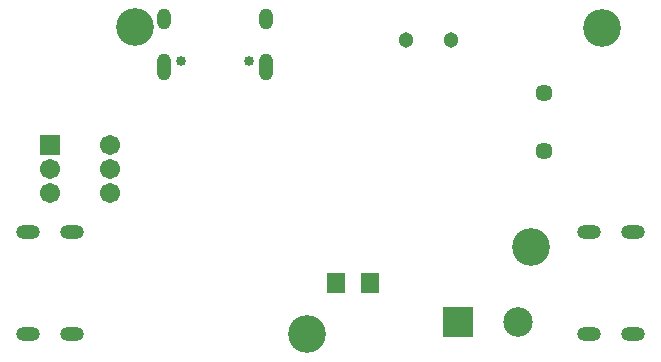
<source format=gbs>
G04*
G04 #@! TF.GenerationSoftware,Altium Limited,Altium Designer,22.2.1 (43)*
G04*
G04 Layer_Color=16711935*
%FSLAX25Y25*%
%MOIN*%
G70*
G04*
G04 #@! TF.SameCoordinates,7E0105E5-CDA3-4412-BB16-D98C73C22E17*
G04*
G04*
G04 #@! TF.FilePolarity,Negative*
G04*
G01*
G75*
%ADD86O,0.07880X0.04730*%
%ADD87R,0.09855X0.09855*%
%ADD88C,0.09855*%
%ADD89C,0.05131*%
%ADD90C,0.06706*%
%ADD91R,0.06706X0.06706*%
%ADD92C,0.12611*%
%ADD93C,0.05721*%
%ADD94O,0.04737X0.09068*%
%ADD95O,0.04737X0.07099*%
%ADD96C,0.03359*%
%ADD143R,0.06300X0.07000*%
D86*
X-2480Y7990D02*
D03*
Y42010D02*
D03*
X12480Y7990D02*
D03*
Y42010D02*
D03*
X199480D02*
D03*
Y7990D02*
D03*
X184520Y42010D02*
D03*
Y7990D02*
D03*
D87*
X141000Y12000D02*
D03*
D88*
X161000D02*
D03*
D89*
X123709Y106114D02*
D03*
X138669D02*
D03*
D90*
X24843Y55126D02*
D03*
X5158Y63000D02*
D03*
Y55126D02*
D03*
X24843Y70874D02*
D03*
Y63000D02*
D03*
D91*
X5158Y70874D02*
D03*
D92*
X33465Y110236D02*
D03*
X90551Y7874D02*
D03*
X165354Y37008D02*
D03*
X189126Y110126D02*
D03*
D93*
X169710Y69000D02*
D03*
Y88291D02*
D03*
D94*
X77028Y97173D02*
D03*
X42972D02*
D03*
D95*
X77028Y112921D02*
D03*
X42972D02*
D03*
D96*
X48622Y99142D02*
D03*
X71378D02*
D03*
D143*
X100291Y25000D02*
D03*
X111512D02*
D03*
M02*

</source>
